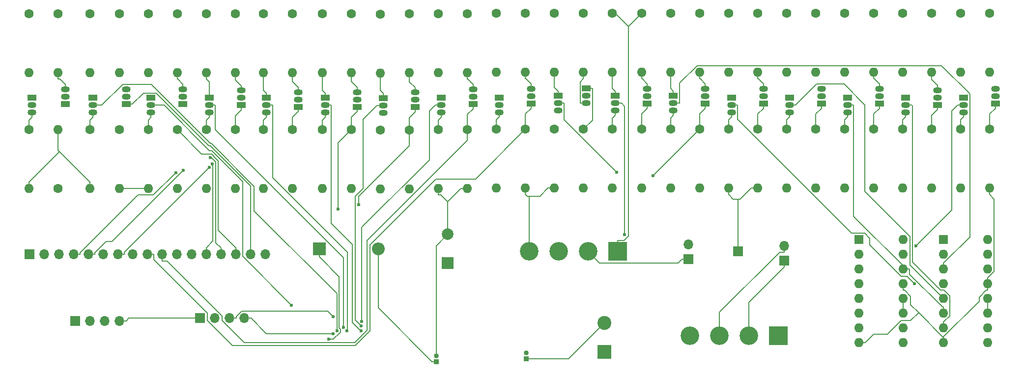
<source format=gbr>
%TF.GenerationSoftware,KiCad,Pcbnew,8.0.5*%
%TF.CreationDate,2024-10-01T12:40:19+02:00*%
%TF.ProjectId,e,652e6b69-6361-4645-9f70-636258585858,rev?*%
%TF.SameCoordinates,Original*%
%TF.FileFunction,Copper,L2,Bot*%
%TF.FilePolarity,Positive*%
%FSLAX46Y46*%
G04 Gerber Fmt 4.6, Leading zero omitted, Abs format (unit mm)*
G04 Created by KiCad (PCBNEW 8.0.5) date 2024-10-01 12:40:19*
%MOMM*%
%LPD*%
G01*
G04 APERTURE LIST*
%TA.AperFunction,ComponentPad*%
%ADD10R,1.700000X1.700000*%
%TD*%
%TA.AperFunction,ComponentPad*%
%ADD11O,1.700000X1.700000*%
%TD*%
%TA.AperFunction,ComponentPad*%
%ADD12C,1.600000*%
%TD*%
%TA.AperFunction,ComponentPad*%
%ADD13O,1.600000X1.600000*%
%TD*%
%TA.AperFunction,ComponentPad*%
%ADD14R,1.500000X1.050000*%
%TD*%
%TA.AperFunction,ComponentPad*%
%ADD15O,1.500000X1.050000*%
%TD*%
%TA.AperFunction,ComponentPad*%
%ADD16R,0.850000X0.850000*%
%TD*%
%TA.AperFunction,ComponentPad*%
%ADD17O,0.850000X0.850000*%
%TD*%
%TA.AperFunction,ComponentPad*%
%ADD18R,3.200000X3.200000*%
%TD*%
%TA.AperFunction,ComponentPad*%
%ADD19C,3.200000*%
%TD*%
%TA.AperFunction,ComponentPad*%
%ADD20R,1.600000X1.600000*%
%TD*%
%TA.AperFunction,ComponentPad*%
%ADD21R,2.000000X2.000000*%
%TD*%
%TA.AperFunction,ComponentPad*%
%ADD22C,2.000000*%
%TD*%
%TA.AperFunction,ComponentPad*%
%ADD23R,2.200000X2.200000*%
%TD*%
%TA.AperFunction,ComponentPad*%
%ADD24O,2.200000X2.200000*%
%TD*%
%TA.AperFunction,ComponentPad*%
%ADD25R,2.400000X2.400000*%
%TD*%
%TA.AperFunction,ComponentPad*%
%ADD26C,2.400000*%
%TD*%
%TA.AperFunction,ViaPad*%
%ADD27C,0.600000*%
%TD*%
%TA.AperFunction,Conductor*%
%ADD28C,0.200000*%
%TD*%
G04 APERTURE END LIST*
D10*
%TO.P,J9,1,Pin_1*%
%TO.N,+5V*%
X24920000Y-68500000D03*
D11*
%TO.P,J9,2,Pin_2*%
%TO.N,/RX*%
X27460000Y-68500000D03*
%TO.P,J9,3,Pin_3*%
%TO.N,/TX*%
X30000000Y-68500000D03*
%TO.P,J9,4,Pin_4*%
%TO.N,GND*%
X32540000Y-68500000D03*
%TD*%
D10*
%TO.P,J2,1,Pin_1*%
%TO.N,GND*%
X46420000Y-68000000D03*
D11*
%TO.P,J2,2,Pin_2*%
%TO.N,/NRST*%
X48960000Y-68000000D03*
%TO.P,J2,3,Pin_3*%
%TO.N,/SWIO*%
X51500000Y-68000000D03*
%TO.P,J2,4,Pin_4*%
%TO.N,+5V*%
X54040000Y-68000000D03*
%TD*%
D10*
%TO.P,J5,1,Pin_1*%
%TO.N,GND*%
X139120000Y-56500000D03*
%TD*%
%TO.P,J4,1,Pin_1*%
%TO.N,Net-(J4-Pin_1)*%
X130620000Y-57775000D03*
D11*
%TO.P,J4,2,Pin_2*%
%TO.N,Net-(J4-Pin_2)*%
X130620000Y-55235000D03*
%TD*%
D10*
%TO.P,J3,1,Pin_1*%
%TO.N,Net-(J3-Pin_1)*%
X147120000Y-58040000D03*
D11*
%TO.P,J3,2,Pin_2*%
%TO.N,Net-(J3-Pin_2)*%
X147120000Y-55500000D03*
%TD*%
D10*
%TO.P,J1,1,Pin_1*%
%TO.N,/SEG9_HIGH*%
X17020000Y-57000000D03*
D11*
%TO.P,J1,2,Pin_2*%
%TO.N,/SEG8_HIGH*%
X19560000Y-57000000D03*
%TO.P,J1,3,Pin_3*%
%TO.N,/SEG7_HIGH*%
X22100000Y-57000000D03*
%TO.P,J1,4,Pin_4*%
%TO.N,/SEG6_HIGH*%
X24640000Y-57000000D03*
%TO.P,J1,5,Pin_5*%
%TO.N,/SEG5_HIGH*%
X27180000Y-57000000D03*
%TO.P,J1,6,Pin_6*%
%TO.N,/SEG4_HIGH*%
X29720000Y-57000000D03*
%TO.P,J1,7,Pin_7*%
%TO.N,/SEG3_HIGH*%
X32260000Y-57000000D03*
%TO.P,J1,8,Pin_8*%
%TO.N,/SEG2_HIGH*%
X34800000Y-57000000D03*
%TO.P,J1,9,Pin_9*%
%TO.N,/SEG1_HIGH*%
X37340000Y-57000000D03*
%TO.P,J1,10,Pin_10*%
%TO.N,/A_HIGH*%
X39880000Y-57000000D03*
%TO.P,J1,11,Pin_11*%
%TO.N,/B_HIGH*%
X42420000Y-57000000D03*
%TO.P,J1,12,Pin_12*%
%TO.N,/C_HIGH*%
X44960000Y-57000000D03*
%TO.P,J1,13,Pin_13*%
%TO.N,/D_HIGH*%
X47500000Y-57000000D03*
%TO.P,J1,14,Pin_14*%
%TO.N,/E_HIGH*%
X50040000Y-57000000D03*
%TO.P,J1,15,Pin_15*%
%TO.N,/F_HIGH*%
X52580000Y-57000000D03*
%TO.P,J1,16,Pin_16*%
%TO.N,/G_HIGH*%
X55120000Y-57000000D03*
%TO.P,J1,17,Pin_17*%
%TO.N,/H_HIGH*%
X57660000Y-57000000D03*
%TD*%
D12*
%TO.P,R39,1*%
%TO.N,+27V*%
X112500000Y-15420000D03*
D13*
%TO.P,R39,2*%
%TO.N,Net-(Q20-E)*%
X112500000Y-25580000D03*
%TD*%
D14*
%TO.P,Q19,1,C*%
%TO.N,Net-(Q19-C)*%
X108140000Y-29650000D03*
D15*
%TO.P,Q19,2,B*%
%TO.N,/SEG2_LOW*%
X108140000Y-30920000D03*
%TO.P,Q19,3,E*%
%TO.N,Net-(Q19-E)*%
X108140000Y-32190000D03*
%TD*%
D12*
%TO.P,R48,1*%
%TO.N,/SEG4_HIGH*%
X132500000Y-35420000D03*
D13*
%TO.P,R48,2*%
%TO.N,GND*%
X132500000Y-45580000D03*
%TD*%
D16*
%TO.P,J6,1,Pin_1*%
%TO.N,Net-(D2--)*%
X102620000Y-75000000D03*
D17*
%TO.P,J6,2,Pin_2*%
%TO.N,Net-(D2-+)*%
X102620000Y-74000000D03*
%TD*%
D12*
%TO.P,R31,1*%
%TO.N,+27V*%
X22000000Y-15500000D03*
D13*
%TO.P,R31,2*%
%TO.N,Net-(Q16-E)*%
X22000000Y-25660000D03*
%TD*%
D14*
%TO.P,Q33,1,C*%
%TO.N,Net-(Q33-C)*%
X178000000Y-29920000D03*
D15*
%TO.P,Q33,2,B*%
%TO.N,/SEG9_LOW*%
X178000000Y-31190000D03*
%TO.P,Q33,3,E*%
%TO.N,Net-(Q33-E)*%
X178000000Y-32460000D03*
%TD*%
D14*
%TO.P,Q4,1,C*%
%TO.N,/B_HIGH*%
X83500000Y-31580000D03*
D15*
%TO.P,Q4,2,B*%
%TO.N,Net-(Q3-C)*%
X83500000Y-30310000D03*
%TO.P,Q4,3,E*%
%TO.N,Net-(Q4-E)*%
X83500000Y-29040000D03*
%TD*%
D14*
%TO.P,Q28,1,C*%
%TO.N,/SEG6_HIGH*%
X153500000Y-30960000D03*
D15*
%TO.P,Q28,2,B*%
%TO.N,Net-(Q27-C)*%
X153500000Y-29690000D03*
%TO.P,Q28,3,E*%
%TO.N,Net-(Q28-E)*%
X153500000Y-28420000D03*
%TD*%
D12*
%TO.P,R34,1*%
%TO.N,Net-(Q17-E)*%
X97500000Y-35420000D03*
D13*
%TO.P,R34,2*%
%TO.N,GND*%
X97500000Y-45580000D03*
%TD*%
D12*
%TO.P,R63,1*%
%TO.N,+27V*%
X172500000Y-15420000D03*
D13*
%TO.P,R63,2*%
%TO.N,Net-(Q32-E)*%
X172500000Y-25580000D03*
%TD*%
D12*
%TO.P,R7,1*%
%TO.N,+27V*%
X82500000Y-15460000D03*
D13*
%TO.P,R7,2*%
%TO.N,Net-(Q4-E)*%
X82500000Y-25620000D03*
%TD*%
D12*
%TO.P,R65,1*%
%TO.N,+27V*%
X177500000Y-15420000D03*
D13*
%TO.P,R65,2*%
%TO.N,Net-(Q33-C)*%
X177500000Y-25580000D03*
%TD*%
D12*
%TO.P,R15,1*%
%TO.N,+27V*%
X62370000Y-15500000D03*
D13*
%TO.P,R15,2*%
%TO.N,Net-(Q8-E)*%
X62370000Y-25660000D03*
%TD*%
D14*
%TO.P,Q22,1,C*%
%TO.N,/SEG3_HIGH*%
X123500000Y-30960000D03*
D15*
%TO.P,Q22,2,B*%
%TO.N,Net-(Q21-C)*%
X123500000Y-29690000D03*
%TO.P,Q22,3,E*%
%TO.N,Net-(Q22-E)*%
X123500000Y-28420000D03*
%TD*%
D14*
%TO.P,Q12,1,C*%
%TO.N,/F_HIGH*%
X43500000Y-31040000D03*
D15*
%TO.P,Q12,2,B*%
%TO.N,Net-(Q11-C)*%
X43500000Y-29770000D03*
%TO.P,Q12,3,E*%
%TO.N,Net-(Q12-E)*%
X43500000Y-28500000D03*
%TD*%
D14*
%TO.P,Q2,1,C*%
%TO.N,/A_HIGH*%
X93500000Y-31040000D03*
D15*
%TO.P,Q2,2,B*%
%TO.N,Net-(Q1-C)*%
X93500000Y-29770000D03*
%TO.P,Q2,3,E*%
%TO.N,Net-(Q2-E)*%
X93500000Y-28500000D03*
%TD*%
D12*
%TO.P,R6,1*%
%TO.N,Net-(Q3-E)*%
X77500000Y-35540000D03*
D13*
%TO.P,R6,2*%
%TO.N,GND*%
X77500000Y-45700000D03*
%TD*%
D12*
%TO.P,R51,1*%
%TO.N,+27V*%
X142500000Y-15420000D03*
D13*
%TO.P,R51,2*%
%TO.N,Net-(Q26-E)*%
X142500000Y-25580000D03*
%TD*%
D14*
%TO.P,Q7,1,C*%
%TO.N,Net-(Q7-C)*%
X57870000Y-30000000D03*
D15*
%TO.P,Q7,2,B*%
%TO.N,/D_LOW*%
X57870000Y-31270000D03*
%TO.P,Q7,3,E*%
%TO.N,Net-(Q7-E)*%
X57870000Y-32540000D03*
%TD*%
D12*
%TO.P,R59,1*%
%TO.N,+27V*%
X162500000Y-15420000D03*
D13*
%TO.P,R59,2*%
%TO.N,Net-(Q30-E)*%
X162500000Y-25580000D03*
%TD*%
D12*
%TO.P,R18,1*%
%TO.N,Net-(Q9-E)*%
X47500000Y-35500000D03*
D13*
%TO.P,R18,2*%
%TO.N,GND*%
X47500000Y-45660000D03*
%TD*%
D14*
%TO.P,Q20,1,C*%
%TO.N,/SEG1_HIGH*%
X113000000Y-28380000D03*
D15*
%TO.P,Q20,2,B*%
%TO.N,Net-(Q19-C)*%
X113000000Y-29650000D03*
%TO.P,Q20,3,E*%
%TO.N,Net-(Q20-E)*%
X113000000Y-30920000D03*
%TD*%
D12*
%TO.P,R46,1*%
%TO.N,Net-(Q23-E)*%
X127500000Y-35420000D03*
D13*
%TO.P,R46,2*%
%TO.N,GND*%
X127500000Y-45580000D03*
%TD*%
D12*
%TO.P,R35,1*%
%TO.N,+27V*%
X102500000Y-15420000D03*
D13*
%TO.P,R35,2*%
%TO.N,Net-(Q18-E)*%
X102500000Y-25580000D03*
%TD*%
D12*
%TO.P,R23,1*%
%TO.N,+27V*%
X42500000Y-15500000D03*
D13*
%TO.P,R23,2*%
%TO.N,Net-(Q12-E)*%
X42500000Y-25660000D03*
%TD*%
D14*
%TO.P,Q16,1,C*%
%TO.N,/H_HIGH*%
X23230000Y-31040000D03*
D15*
%TO.P,Q16,2,B*%
%TO.N,Net-(Q15-C)*%
X23230000Y-29770000D03*
%TO.P,Q16,3,E*%
%TO.N,Net-(Q16-E)*%
X23230000Y-28500000D03*
%TD*%
D14*
%TO.P,Q31,1,C*%
%TO.N,Net-(Q31-C)*%
X168000000Y-29920000D03*
D15*
%TO.P,Q31,2,B*%
%TO.N,/SEG8_LOW*%
X168000000Y-31190000D03*
%TO.P,Q31,3,E*%
%TO.N,Net-(Q31-E)*%
X168000000Y-32460000D03*
%TD*%
D12*
%TO.P,R67,1*%
%TO.N,+27V*%
X182500000Y-15420000D03*
D13*
%TO.P,R67,2*%
%TO.N,Net-(Q34-E)*%
X182500000Y-25580000D03*
%TD*%
D12*
%TO.P,R49,1*%
%TO.N,+27V*%
X137500000Y-15420000D03*
D13*
%TO.P,R49,2*%
%TO.N,Net-(Q25-C)*%
X137500000Y-25580000D03*
%TD*%
D12*
%TO.P,R38,1*%
%TO.N,Net-(Q19-E)*%
X107500000Y-35420000D03*
D13*
%TO.P,R38,2*%
%TO.N,GND*%
X107500000Y-45580000D03*
%TD*%
D12*
%TO.P,R11,1*%
%TO.N,+27V*%
X72500000Y-15500000D03*
D13*
%TO.P,R11,2*%
%TO.N,Net-(Q6-E)*%
X72500000Y-25660000D03*
%TD*%
D12*
%TO.P,R58,1*%
%TO.N,Net-(Q29-E)*%
X157500000Y-35420000D03*
D13*
%TO.P,R58,2*%
%TO.N,GND*%
X157500000Y-45580000D03*
%TD*%
D12*
%TO.P,R3,1*%
%TO.N,Net-(Q1-E)*%
X87500000Y-35500000D03*
D13*
%TO.P,R3,2*%
%TO.N,GND*%
X87500000Y-45660000D03*
%TD*%
D12*
%TO.P,R45,1*%
%TO.N,+27V*%
X127500000Y-15420000D03*
D13*
%TO.P,R45,2*%
%TO.N,Net-(Q23-C)*%
X127500000Y-25580000D03*
%TD*%
D12*
%TO.P,R4,1*%
%TO.N,/A_HIGH*%
X92500000Y-35500000D03*
D13*
%TO.P,R4,2*%
%TO.N,GND*%
X92500000Y-45660000D03*
%TD*%
D12*
%TO.P,R32,1*%
%TO.N,/H_HIGH*%
X22000000Y-45660000D03*
D13*
%TO.P,R32,2*%
%TO.N,GND*%
X22000000Y-35500000D03*
%TD*%
D14*
%TO.P,Q26,1,C*%
%TO.N,/SEG5_HIGH*%
X143500000Y-30960000D03*
D15*
%TO.P,Q26,2,B*%
%TO.N,Net-(Q25-C)*%
X143500000Y-29690000D03*
%TO.P,Q26,3,E*%
%TO.N,Net-(Q26-E)*%
X143500000Y-28420000D03*
%TD*%
D12*
%TO.P,R22,1*%
%TO.N,Net-(Q11-E)*%
X37500000Y-35500000D03*
D13*
%TO.P,R22,2*%
%TO.N,GND*%
X37500000Y-45660000D03*
%TD*%
D14*
%TO.P,Q14,1,C*%
%TO.N,/G_HIGH*%
X33730000Y-31040000D03*
D15*
%TO.P,Q14,2,B*%
%TO.N,Net-(Q13-C)*%
X33730000Y-29770000D03*
%TO.P,Q14,3,E*%
%TO.N,Net-(Q14-E)*%
X33730000Y-28500000D03*
%TD*%
D14*
%TO.P,Q25,1,C*%
%TO.N,Net-(Q25-C)*%
X138000000Y-29920000D03*
D15*
%TO.P,Q25,2,B*%
%TO.N,/SEG5_LOW*%
X138000000Y-31190000D03*
%TO.P,Q25,3,E*%
%TO.N,Net-(Q25-E)*%
X138000000Y-32460000D03*
%TD*%
D14*
%TO.P,Q30,1,C*%
%TO.N,/SEG7_HIGH*%
X163500000Y-30960000D03*
D15*
%TO.P,Q30,2,B*%
%TO.N,Net-(Q29-C)*%
X163500000Y-29690000D03*
%TO.P,Q30,3,E*%
%TO.N,Net-(Q30-E)*%
X163500000Y-28420000D03*
%TD*%
D12*
%TO.P,R12,1*%
%TO.N,/C_HIGH*%
X72500000Y-35500000D03*
D13*
%TO.P,R12,2*%
%TO.N,GND*%
X72500000Y-45660000D03*
%TD*%
D12*
%TO.P,R57,1*%
%TO.N,+27V*%
X157500000Y-15420000D03*
D13*
%TO.P,R57,2*%
%TO.N,Net-(Q29-C)*%
X157500000Y-25580000D03*
%TD*%
D12*
%TO.P,R26,1*%
%TO.N,Net-(Q13-E)*%
X27500000Y-35500000D03*
D13*
%TO.P,R26,2*%
%TO.N,GND*%
X27500000Y-45660000D03*
%TD*%
D12*
%TO.P,R44,1*%
%TO.N,/SEG3_HIGH*%
X122500000Y-35420000D03*
D13*
%TO.P,R44,2*%
%TO.N,GND*%
X122500000Y-45580000D03*
%TD*%
D12*
%TO.P,R1,1*%
%TO.N,+27V*%
X87500000Y-15500000D03*
D13*
%TO.P,R1,2*%
%TO.N,Net-(Q1-C)*%
X87500000Y-25660000D03*
%TD*%
D14*
%TO.P,Q15,1,C*%
%TO.N,Net-(Q15-C)*%
X17500000Y-30000000D03*
D15*
%TO.P,Q15,2,B*%
%TO.N,/H_LOW*%
X17500000Y-31270000D03*
%TO.P,Q15,3,E*%
%TO.N,Net-(Q15-E)*%
X17500000Y-32540000D03*
%TD*%
D12*
%TO.P,R47,1*%
%TO.N,+27V*%
X132500000Y-15420000D03*
D13*
%TO.P,R47,2*%
%TO.N,Net-(Q24-E)*%
X132500000Y-25580000D03*
%TD*%
D12*
%TO.P,R66,1*%
%TO.N,Net-(Q33-E)*%
X177500000Y-35420000D03*
D13*
%TO.P,R66,2*%
%TO.N,GND*%
X177500000Y-45580000D03*
%TD*%
D12*
%TO.P,R27,1*%
%TO.N,+27V*%
X32500000Y-15500000D03*
D13*
%TO.P,R27,2*%
%TO.N,Net-(Q14-E)*%
X32500000Y-25660000D03*
%TD*%
D12*
%TO.P,R53,1*%
%TO.N,+27V*%
X147500000Y-15420000D03*
D13*
%TO.P,R53,2*%
%TO.N,Net-(Q27-C)*%
X147500000Y-25580000D03*
%TD*%
D12*
%TO.P,R17,1*%
%TO.N,+27V*%
X47500000Y-15500000D03*
D13*
%TO.P,R17,2*%
%TO.N,Net-(Q10-B)*%
X47500000Y-25660000D03*
%TD*%
D12*
%TO.P,R61,1*%
%TO.N,+27V*%
X167500000Y-15420000D03*
D13*
%TO.P,R61,2*%
%TO.N,Net-(Q31-C)*%
X167500000Y-25580000D03*
%TD*%
D12*
%TO.P,R50,1*%
%TO.N,Net-(Q25-E)*%
X137500000Y-35420000D03*
D13*
%TO.P,R50,2*%
%TO.N,GND*%
X137500000Y-45580000D03*
%TD*%
D12*
%TO.P,R5,1*%
%TO.N,+27V*%
X77500000Y-15540000D03*
D13*
%TO.P,R5,2*%
%TO.N,Net-(Q3-C)*%
X77500000Y-25700000D03*
%TD*%
D12*
%TO.P,R33,1*%
%TO.N,+27V*%
X97500000Y-15420000D03*
D13*
%TO.P,R33,2*%
%TO.N,Net-(Q17-C)*%
X97500000Y-25580000D03*
%TD*%
D12*
%TO.P,R24,1*%
%TO.N,/F_HIGH*%
X42500000Y-35500000D03*
D13*
%TO.P,R24,2*%
%TO.N,GND*%
X42500000Y-45660000D03*
%TD*%
D14*
%TO.P,Q3,1,C*%
%TO.N,Net-(Q3-C)*%
X78000000Y-30040000D03*
D15*
%TO.P,Q3,2,B*%
%TO.N,/B_LOW*%
X78000000Y-31310000D03*
%TO.P,Q3,3,E*%
%TO.N,Net-(Q3-E)*%
X78000000Y-32580000D03*
%TD*%
D12*
%TO.P,R42,1*%
%TO.N,Net-(Q21-E)*%
X117500000Y-35420000D03*
D13*
%TO.P,R42,2*%
%TO.N,GND*%
X117500000Y-45580000D03*
%TD*%
D12*
%TO.P,R20,1*%
%TO.N,/E_HIGH*%
X52500000Y-35500000D03*
D13*
%TO.P,R20,2*%
%TO.N,GND*%
X52500000Y-45660000D03*
%TD*%
D14*
%TO.P,Q24,1,C*%
%TO.N,/SEG4_HIGH*%
X133500000Y-30960000D03*
D15*
%TO.P,Q24,2,B*%
%TO.N,Net-(Q23-C)*%
X133500000Y-29690000D03*
%TO.P,Q24,3,E*%
%TO.N,Net-(Q24-E)*%
X133500000Y-28420000D03*
%TD*%
D18*
%TO.P,D2,1,+*%
%TO.N,Net-(D2-+)*%
X146120000Y-71000000D03*
D19*
%TO.P,D2,2*%
%TO.N,Net-(J3-Pin_1)*%
X141040000Y-71000000D03*
%TO.P,D2,3*%
%TO.N,Net-(J3-Pin_2)*%
X135960000Y-71000000D03*
%TO.P,D2,4,-*%
%TO.N,Net-(D2--)*%
X130880000Y-71000000D03*
%TD*%
D14*
%TO.P,Q5,1,C*%
%TO.N,Net-(Q5-C)*%
X68000000Y-30000000D03*
D15*
%TO.P,Q5,2,B*%
%TO.N,/C_LOW*%
X68000000Y-31270000D03*
%TO.P,Q5,3,E*%
%TO.N,Net-(Q5-E)*%
X68000000Y-32540000D03*
%TD*%
D12*
%TO.P,R54,1*%
%TO.N,Net-(Q27-E)*%
X147500000Y-35420000D03*
D13*
%TO.P,R54,2*%
%TO.N,GND*%
X147500000Y-45580000D03*
%TD*%
D12*
%TO.P,R68,1*%
%TO.N,/SEG9_HIGH*%
X182500000Y-35420000D03*
D13*
%TO.P,R68,2*%
%TO.N,GND*%
X182500000Y-45580000D03*
%TD*%
D14*
%TO.P,Q9,1,C*%
%TO.N,Net-(Q10-B)*%
X48000000Y-30000000D03*
D15*
%TO.P,Q9,2,B*%
%TO.N,/E_LOW*%
X48000000Y-31270000D03*
%TO.P,Q9,3,E*%
%TO.N,Net-(Q9-E)*%
X48000000Y-32540000D03*
%TD*%
D12*
%TO.P,R8,1*%
%TO.N,/B_HIGH*%
X82500000Y-35540000D03*
D13*
%TO.P,R8,2*%
%TO.N,GND*%
X82500000Y-45700000D03*
%TD*%
D12*
%TO.P,R55,1*%
%TO.N,+27V*%
X152500000Y-15420000D03*
D13*
%TO.P,R55,2*%
%TO.N,Net-(Q28-E)*%
X152500000Y-25580000D03*
%TD*%
D12*
%TO.P,R60,1*%
%TO.N,/SEG7_HIGH*%
X162500000Y-35420000D03*
D13*
%TO.P,R60,2*%
%TO.N,GND*%
X162500000Y-45580000D03*
%TD*%
D12*
%TO.P,R62,1*%
%TO.N,Net-(Q31-E)*%
X167500000Y-35420000D03*
D13*
%TO.P,R62,2*%
%TO.N,GND*%
X167500000Y-45580000D03*
%TD*%
D12*
%TO.P,R36,1*%
%TO.N,/SEG1_HIGH*%
X102500000Y-35420000D03*
D13*
%TO.P,R36,2*%
%TO.N,GND*%
X102500000Y-45580000D03*
%TD*%
%TO.P,U1,16,VCC*%
%TO.N,+3.3V*%
X182120000Y-54460000D03*
%TO.P,U1,15,QA*%
%TO.N,/SEG1_LOW*%
X182120000Y-57000000D03*
%TO.P,U1,14,SER*%
%TO.N,/SER*%
X182120000Y-59540000D03*
%TO.P,U1,13,~{OE}*%
%TO.N,GND*%
X182120000Y-62080000D03*
%TO.P,U1,12,RCLK*%
%TO.N,/SRCLK*%
X182120000Y-64620000D03*
%TO.P,U1,11,SRCLK*%
X182120000Y-67160000D03*
%TO.P,U1,10,~{SRCLR}*%
%TO.N,+5V*%
X182120000Y-69700000D03*
%TO.P,U1,9,QH'*%
%TO.N,unconnected-(U1-QH'-Pad9)*%
X182120000Y-72240000D03*
%TO.P,U1,8,GND*%
%TO.N,GND*%
X174500000Y-72240000D03*
%TO.P,U1,7,QH*%
%TO.N,/SEG8_LOW*%
X174500000Y-69700000D03*
%TO.P,U1,6,QG*%
%TO.N,/SEG7_LOW*%
X174500000Y-67160000D03*
%TO.P,U1,5,QF*%
%TO.N,/SEG6_LOW*%
X174500000Y-64620000D03*
%TO.P,U1,4,QE*%
%TO.N,/SEG5_LOW*%
X174500000Y-62080000D03*
%TO.P,U1,3,QD*%
%TO.N,/SEG4_LOW*%
X174500000Y-59540000D03*
%TO.P,U1,2,QC*%
%TO.N,/SEG3_LOW*%
X174500000Y-57000000D03*
D20*
%TO.P,U1,1,QB*%
%TO.N,/SEG2_LOW*%
X174500000Y-54460000D03*
%TD*%
D12*
%TO.P,R14,1*%
%TO.N,Net-(Q7-E)*%
X57370000Y-35500000D03*
D13*
%TO.P,R14,2*%
%TO.N,GND*%
X57370000Y-45660000D03*
%TD*%
D12*
%TO.P,R25,1*%
%TO.N,+27V*%
X27500000Y-15500000D03*
D13*
%TO.P,R25,2*%
%TO.N,Net-(Q13-C)*%
X27500000Y-25660000D03*
%TD*%
D21*
%TO.P,C1,1*%
%TO.N,+27V*%
X89120000Y-58500000D03*
D22*
%TO.P,C1,2*%
%TO.N,GND*%
X89120000Y-53500000D03*
%TD*%
D12*
%TO.P,R9,1*%
%TO.N,+27V*%
X67500000Y-15500000D03*
D13*
%TO.P,R9,2*%
%TO.N,Net-(Q5-C)*%
X67500000Y-25660000D03*
%TD*%
D14*
%TO.P,Q11,1,C*%
%TO.N,Net-(Q11-C)*%
X38000000Y-30000000D03*
D15*
%TO.P,Q11,2,B*%
%TO.N,/F_LOW*%
X38000000Y-31270000D03*
%TO.P,Q11,3,E*%
%TO.N,Net-(Q11-E)*%
X38000000Y-32540000D03*
%TD*%
D12*
%TO.P,R19,1*%
%TO.N,+27V*%
X52500000Y-15500000D03*
D13*
%TO.P,R19,2*%
%TO.N,Net-(Q10-E)*%
X52500000Y-25660000D03*
%TD*%
D12*
%TO.P,R16,1*%
%TO.N,/D_HIGH*%
X62370000Y-35500000D03*
D13*
%TO.P,R16,2*%
%TO.N,GND*%
X62370000Y-45660000D03*
%TD*%
D20*
%TO.P,U3,1,QB*%
%TO.N,unconnected-(U3-QB-Pad1)*%
X160000000Y-54460000D03*
D13*
%TO.P,U3,2,QC*%
%TO.N,unconnected-(U3-QC-Pad2)*%
X160000000Y-57000000D03*
%TO.P,U3,3,QD*%
%TO.N,unconnected-(U3-QD-Pad3)*%
X160000000Y-59540000D03*
%TO.P,U3,4,QE*%
%TO.N,unconnected-(U3-QE-Pad4)*%
X160000000Y-62080000D03*
%TO.P,U3,5,QF*%
%TO.N,unconnected-(U3-QF-Pad5)*%
X160000000Y-64620000D03*
%TO.P,U3,6,QG*%
%TO.N,unconnected-(U3-QG-Pad6)*%
X160000000Y-67160000D03*
%TO.P,U3,7,QH*%
%TO.N,unconnected-(U3-QH-Pad7)*%
X160000000Y-69700000D03*
%TO.P,U3,8,GND*%
%TO.N,GND*%
X160000000Y-72240000D03*
%TO.P,U3,9,QH'*%
%TO.N,unconnected-(U3-QH'-Pad9)*%
X167620000Y-72240000D03*
%TO.P,U3,10,~{SRCLR}*%
%TO.N,+5V*%
X167620000Y-69700000D03*
%TO.P,U3,11,SRCLK*%
%TO.N,/SRCLK*%
X167620000Y-67160000D03*
%TO.P,U3,12,RCLK*%
X167620000Y-64620000D03*
%TO.P,U3,13,~{OE}*%
%TO.N,GND*%
X167620000Y-62080000D03*
%TO.P,U3,14,SER*%
%TO.N,/SEG7_LOW*%
X167620000Y-59540000D03*
%TO.P,U3,15,QA*%
%TO.N,/SEG9_LOW*%
X167620000Y-57000000D03*
%TO.P,U3,16,VCC*%
%TO.N,+3.3V*%
X167620000Y-54460000D03*
%TD*%
D14*
%TO.P,Q17,1,C*%
%TO.N,Net-(Q17-C)*%
X98000000Y-29920000D03*
D15*
%TO.P,Q17,2,B*%
%TO.N,/SEG1_LOW*%
X98000000Y-31190000D03*
%TO.P,Q17,3,E*%
%TO.N,Net-(Q17-E)*%
X98000000Y-32460000D03*
%TD*%
D12*
%TO.P,R21,1*%
%TO.N,+27V*%
X37500000Y-15500000D03*
D13*
%TO.P,R21,2*%
%TO.N,Net-(Q11-C)*%
X37500000Y-25660000D03*
%TD*%
D12*
%TO.P,R13,1*%
%TO.N,+27V*%
X57370000Y-15500000D03*
D13*
%TO.P,R13,2*%
%TO.N,Net-(Q7-C)*%
X57370000Y-25660000D03*
%TD*%
D14*
%TO.P,Q10,1,C*%
%TO.N,/E_HIGH*%
X53500000Y-31270000D03*
D15*
%TO.P,Q10,2,B*%
%TO.N,Net-(Q10-B)*%
X53500000Y-30000000D03*
%TO.P,Q10,3,E*%
%TO.N,Net-(Q10-E)*%
X53500000Y-28730000D03*
%TD*%
D14*
%TO.P,Q21,1,C*%
%TO.N,Net-(Q21-C)*%
X118000000Y-29650000D03*
D15*
%TO.P,Q21,2,B*%
%TO.N,/SEG3_LOW*%
X118000000Y-30920000D03*
%TO.P,Q21,3,E*%
%TO.N,Net-(Q21-E)*%
X118000000Y-32190000D03*
%TD*%
D12*
%TO.P,R40,1*%
%TO.N,/SEG1_HIGH*%
X112500000Y-35420000D03*
D13*
%TO.P,R40,2*%
%TO.N,GND*%
X112500000Y-45580000D03*
%TD*%
D12*
%TO.P,R37,1*%
%TO.N,+27V*%
X107500000Y-15420000D03*
D13*
%TO.P,R37,2*%
%TO.N,Net-(Q19-C)*%
X107500000Y-25580000D03*
%TD*%
D16*
%TO.P,J7,1,Pin_1*%
%TO.N,Net-(D1-A)*%
X87120000Y-75500000D03*
D17*
%TO.P,J7,2,Pin_2*%
%TO.N,GND*%
X87120000Y-74500000D03*
%TD*%
D14*
%TO.P,Q8,1,C*%
%TO.N,/D_HIGH*%
X63370000Y-31540000D03*
D15*
%TO.P,Q8,2,B*%
%TO.N,Net-(Q7-C)*%
X63370000Y-30270000D03*
%TO.P,Q8,3,E*%
%TO.N,Net-(Q8-E)*%
X63370000Y-29000000D03*
%TD*%
D23*
%TO.P,D1,1,K*%
%TO.N,+3.3V*%
X66960000Y-56000000D03*
D24*
%TO.P,D1,2,A*%
%TO.N,Net-(D1-A)*%
X77120000Y-56000000D03*
%TD*%
D12*
%TO.P,R43,1*%
%TO.N,+27V*%
X122500000Y-15420000D03*
D13*
%TO.P,R43,2*%
%TO.N,Net-(Q22-E)*%
X122500000Y-25580000D03*
%TD*%
D12*
%TO.P,R28,1*%
%TO.N,/G_HIGH*%
X32500000Y-35500000D03*
D13*
%TO.P,R28,2*%
%TO.N,GND*%
X32500000Y-45660000D03*
%TD*%
D14*
%TO.P,Q29,1,C*%
%TO.N,Net-(Q29-C)*%
X158000000Y-29920000D03*
D15*
%TO.P,Q29,2,B*%
%TO.N,/SEG7_LOW*%
X158000000Y-31190000D03*
%TO.P,Q29,3,E*%
%TO.N,Net-(Q29-E)*%
X158000000Y-32460000D03*
%TD*%
D12*
%TO.P,R2,1*%
%TO.N,+27V*%
X92500000Y-15500000D03*
D13*
%TO.P,R2,2*%
%TO.N,Net-(Q2-E)*%
X92500000Y-25660000D03*
%TD*%
D12*
%TO.P,R52,1*%
%TO.N,/SEG5_HIGH*%
X142500000Y-35420000D03*
D13*
%TO.P,R52,2*%
%TO.N,GND*%
X142500000Y-45580000D03*
%TD*%
D14*
%TO.P,Q18,1,C*%
%TO.N,/SEG1_HIGH*%
X103500000Y-30960000D03*
D15*
%TO.P,Q18,2,B*%
%TO.N,Net-(Q17-C)*%
X103500000Y-29690000D03*
%TO.P,Q18,3,E*%
%TO.N,Net-(Q18-E)*%
X103500000Y-28420000D03*
%TD*%
D12*
%TO.P,R30,1*%
%TO.N,Net-(Q15-E)*%
X17000000Y-35500000D03*
D13*
%TO.P,R30,2*%
%TO.N,GND*%
X17000000Y-45660000D03*
%TD*%
D14*
%TO.P,Q32,1,C*%
%TO.N,/SEG8_HIGH*%
X173500000Y-31190000D03*
D15*
%TO.P,Q32,2,B*%
%TO.N,Net-(Q31-C)*%
X173500000Y-29920000D03*
%TO.P,Q32,3,E*%
%TO.N,Net-(Q32-E)*%
X173500000Y-28650000D03*
%TD*%
D14*
%TO.P,Q13,1,C*%
%TO.N,Net-(Q13-C)*%
X28000000Y-30000000D03*
D15*
%TO.P,Q13,2,B*%
%TO.N,/G_LOW*%
X28000000Y-31270000D03*
%TO.P,Q13,3,E*%
%TO.N,Net-(Q13-E)*%
X28000000Y-32540000D03*
%TD*%
D14*
%TO.P,Q1,1,C*%
%TO.N,Net-(Q1-C)*%
X88000000Y-30000000D03*
D15*
%TO.P,Q1,2,B*%
%TO.N,/A_LOW*%
X88000000Y-31270000D03*
%TO.P,Q1,3,E*%
%TO.N,Net-(Q1-E)*%
X88000000Y-32540000D03*
%TD*%
D12*
%TO.P,R29,1*%
%TO.N,+27V*%
X17000000Y-15500000D03*
D13*
%TO.P,R29,2*%
%TO.N,Net-(Q15-C)*%
X17000000Y-25660000D03*
%TD*%
D12*
%TO.P,R41,1*%
%TO.N,+27V*%
X117500000Y-15420000D03*
D13*
%TO.P,R41,2*%
%TO.N,Net-(Q21-C)*%
X117500000Y-25580000D03*
%TD*%
D12*
%TO.P,R56,1*%
%TO.N,/SEG6_HIGH*%
X152500000Y-35420000D03*
D13*
%TO.P,R56,2*%
%TO.N,GND*%
X152500000Y-45580000D03*
%TD*%
D14*
%TO.P,Q6,1,C*%
%TO.N,/C_HIGH*%
X73500000Y-31540000D03*
D15*
%TO.P,Q6,2,B*%
%TO.N,Net-(Q5-C)*%
X73500000Y-30270000D03*
%TO.P,Q6,3,E*%
%TO.N,Net-(Q6-E)*%
X73500000Y-29000000D03*
%TD*%
D14*
%TO.P,Q27,1,C*%
%TO.N,Net-(Q27-C)*%
X148000000Y-29920000D03*
D15*
%TO.P,Q27,2,B*%
%TO.N,/SEG6_LOW*%
X148000000Y-31190000D03*
%TO.P,Q27,3,E*%
%TO.N,Net-(Q27-E)*%
X148000000Y-32460000D03*
%TD*%
D25*
%TO.P,C2,1*%
%TO.N,Net-(D2-+)*%
X116120000Y-73815200D03*
D26*
%TO.P,C2,2*%
%TO.N,Net-(D2--)*%
X116120000Y-68815200D03*
%TD*%
D12*
%TO.P,R10,1*%
%TO.N,Net-(Q5-E)*%
X67500000Y-35500000D03*
D13*
%TO.P,R10,2*%
%TO.N,GND*%
X67500000Y-45660000D03*
%TD*%
D14*
%TO.P,Q23,1,C*%
%TO.N,Net-(Q23-C)*%
X128000000Y-29650000D03*
D15*
%TO.P,Q23,2,B*%
%TO.N,/SEG4_LOW*%
X128000000Y-30920000D03*
%TO.P,Q23,3,E*%
%TO.N,Net-(Q23-E)*%
X128000000Y-32190000D03*
%TD*%
D12*
%TO.P,R64,1*%
%TO.N,/SEG8_HIGH*%
X172500000Y-35420000D03*
D13*
%TO.P,R64,2*%
%TO.N,GND*%
X172500000Y-45580000D03*
%TD*%
D18*
%TO.P,D3,1,+*%
%TO.N,+27V*%
X118360000Y-56500000D03*
D19*
%TO.P,D3,2*%
%TO.N,Net-(J4-Pin_1)*%
X113280000Y-56500000D03*
%TO.P,D3,3*%
%TO.N,Net-(J4-Pin_2)*%
X108200000Y-56500000D03*
%TO.P,D3,4,-*%
%TO.N,GND*%
X103120000Y-56500000D03*
%TD*%
D14*
%TO.P,Q34,1,C*%
%TO.N,/SEG9_HIGH*%
X183500000Y-30960000D03*
D15*
%TO.P,Q34,2,B*%
%TO.N,Net-(Q33-C)*%
X183500000Y-29690000D03*
%TO.P,Q34,3,E*%
%TO.N,Net-(Q34-E)*%
X183500000Y-28420000D03*
%TD*%
D27*
%TO.N,/SEG9_LOW*%
X169801800Y-55500500D03*
%TO.N,/SEG5_LOW*%
X169495400Y-62080000D03*
%TO.N,/SEG3_LOW*%
X119620100Y-53611900D03*
%TO.N,/SEG2_LOW*%
X118255000Y-42808900D03*
%TO.N,/F_LOW*%
X62191300Y-65744600D03*
%TO.N,/E_LOW*%
X71188400Y-69605000D03*
%TO.N,/D_LOW*%
X71742900Y-70214300D03*
%TO.N,/C_LOW*%
X74228900Y-70156600D03*
%TO.N,/B_LOW*%
X74238400Y-69354800D03*
%TO.N,/A_LOW*%
X74310800Y-68553000D03*
%TO.N,/E_HIGH*%
X48230700Y-40307300D03*
%TO.N,/SEG5_HIGH*%
X43549900Y-42486200D03*
%TO.N,/D_HIGH*%
X48575000Y-41397800D03*
%TO.N,/C_HIGH*%
X70229300Y-49205800D03*
%TO.N,/SEG6_HIGH*%
X42252800Y-42895700D03*
%TO.N,/SEG4_HIGH*%
X124509500Y-43410700D03*
%TO.N,/B_HIGH*%
X73798000Y-48442300D03*
%TO.N,/SEG3_HIGH*%
X48026700Y-42006600D03*
%TO.N,/G_LOW*%
X70015000Y-70158600D03*
%TO.N,+3.3V*%
X68630900Y-71626300D03*
%TO.N,/SWIO*%
X69413300Y-67736500D03*
%TO.N,+5V*%
X69411900Y-70693900D03*
%TD*%
D28*
%TO.N,/SEG9_LOW*%
X178000000Y-31190000D02*
X176948300Y-31190000D01*
X175930500Y-49371800D02*
X169801800Y-55500500D01*
X175930500Y-32207800D02*
X175930500Y-49371800D01*
X176948300Y-31190000D02*
X175930500Y-32207800D01*
%TO.N,/SEG8_LOW*%
X169175500Y-31313800D02*
X169051700Y-31190000D01*
X169175500Y-58346400D02*
X169175500Y-31313800D01*
X174010800Y-63181700D02*
X169175500Y-58346400D01*
X174634700Y-63181700D02*
X174010800Y-63181700D01*
X175619400Y-64166400D02*
X174634700Y-63181700D01*
X175619400Y-67616600D02*
X175619400Y-64166400D01*
X174637700Y-68598300D02*
X175619400Y-67616600D01*
X174500000Y-68598300D02*
X174637700Y-68598300D01*
X174500000Y-69700000D02*
X174500000Y-68598300D01*
X168000000Y-31190000D02*
X169051700Y-31190000D01*
%TO.N,/SEG7_LOW*%
X174365600Y-66058300D02*
X174500000Y-66058300D01*
X168721700Y-60414400D02*
X174365600Y-66058300D01*
X168721700Y-59540000D02*
X168721700Y-60414400D01*
X174500000Y-67160000D02*
X174500000Y-66058300D01*
X167620000Y-59540000D02*
X168170900Y-59540000D01*
X168170900Y-59540000D02*
X168721700Y-59540000D01*
X159051700Y-50420800D02*
X159051700Y-31190000D01*
X168170900Y-59540000D02*
X159051700Y-50420800D01*
X158000000Y-31190000D02*
X159051700Y-31190000D01*
%TO.N,/SEG6_LOW*%
X148000000Y-31190000D02*
X149051700Y-31190000D01*
X168747200Y-58867200D02*
X174500000Y-64620000D01*
X168747200Y-53907400D02*
X168747200Y-58867200D01*
X161004700Y-46164900D02*
X168747200Y-53907400D01*
X161004700Y-31197400D02*
X161004700Y-46164900D01*
X157385900Y-27578600D02*
X161004700Y-31197400D01*
X152663100Y-27578600D02*
X157385900Y-27578600D01*
X149051700Y-31190000D02*
X152663100Y-27578600D01*
%TO.N,/SEG5_LOW*%
X138000000Y-31190000D02*
X139051700Y-31190000D01*
X168225400Y-60810000D02*
X169495400Y-62080000D01*
X167266000Y-60810000D02*
X168225400Y-60810000D01*
X161835700Y-55379700D02*
X167266000Y-60810000D01*
X161835700Y-54242200D02*
X161835700Y-55379700D01*
X160951100Y-53357600D02*
X161835700Y-54242200D01*
X158718200Y-53357600D02*
X160951100Y-53357600D01*
X139051700Y-33691100D02*
X158718200Y-53357600D01*
X139051700Y-31190000D02*
X139051700Y-33691100D01*
%TO.N,/SEG4_LOW*%
X129051700Y-27461000D02*
X129051700Y-30920000D01*
X132078600Y-24434100D02*
X129051700Y-27461000D01*
X174216900Y-24434100D02*
X132078600Y-24434100D01*
X179090100Y-29307300D02*
X174216900Y-24434100D01*
X179090100Y-53985900D02*
X179090100Y-29307300D01*
X174637700Y-58438300D02*
X179090100Y-53985900D01*
X174500000Y-58438300D02*
X174637700Y-58438300D01*
X174500000Y-59540000D02*
X174500000Y-58438300D01*
X128000000Y-30920000D02*
X129051700Y-30920000D01*
%TO.N,/SEG3_LOW*%
X118000000Y-30920000D02*
X119051700Y-30920000D01*
X119620100Y-31488400D02*
X119051700Y-30920000D01*
X119620100Y-53611900D02*
X119620100Y-31488400D01*
%TO.N,/SEG2_LOW*%
X108140000Y-30920000D02*
X109191700Y-30920000D01*
X109191700Y-33745600D02*
X109191700Y-30920000D01*
X118255000Y-42808900D02*
X109191700Y-33745600D01*
%TO.N,/F_LOW*%
X40217000Y-31270000D02*
X38000000Y-31270000D01*
X48036200Y-39089200D02*
X40217000Y-31270000D01*
X48431500Y-39089200D02*
X48036200Y-39089200D01*
X53761200Y-44418900D02*
X48431500Y-39089200D01*
X53761200Y-57314500D02*
X53761200Y-44418900D01*
X62191300Y-65744600D02*
X53761200Y-57314500D01*
%TO.N,/E_LOW*%
X48000000Y-31270000D02*
X49051700Y-31270000D01*
X71188400Y-57587200D02*
X71188400Y-69605000D01*
X49051700Y-35450500D02*
X71188400Y-57587200D01*
X49051700Y-31270000D02*
X49051700Y-35450500D01*
%TO.N,/D_LOW*%
X57870000Y-31270000D02*
X58921700Y-31270000D01*
X58921700Y-43769800D02*
X58921700Y-31270000D01*
X71790200Y-56638300D02*
X58921700Y-43769800D01*
X71790200Y-70167000D02*
X71790200Y-56638300D01*
X71742900Y-70214300D02*
X71790200Y-70167000D01*
%TO.N,/C_LOW*%
X68000000Y-31270000D02*
X69051700Y-31270000D01*
X74106800Y-70156600D02*
X74228900Y-70156600D01*
X72666700Y-68716500D02*
X74106800Y-70156600D01*
X72666700Y-55259700D02*
X72666700Y-68716500D01*
X69051700Y-51644700D02*
X72666700Y-55259700D01*
X69051700Y-31270000D02*
X69051700Y-51644700D01*
%TO.N,/B_LOW*%
X78000000Y-31310000D02*
X76948300Y-31310000D01*
X73196300Y-68312700D02*
X74238400Y-69354800D01*
X73196300Y-46996800D02*
X73196300Y-68312700D01*
X74550200Y-45642900D02*
X73196300Y-46996800D01*
X74550200Y-33708100D02*
X74550200Y-45642900D01*
X76948300Y-31310000D02*
X74550200Y-33708100D01*
%TO.N,/A_LOW*%
X88000000Y-31270000D02*
X86948300Y-31270000D01*
X85933100Y-32285200D02*
X86948300Y-31270000D01*
X85933100Y-40698600D02*
X85933100Y-32285200D01*
X74310800Y-52320900D02*
X85933100Y-40698600D01*
X74310800Y-68553000D02*
X74310800Y-52320900D01*
%TO.N,/A_HIGH*%
X93500000Y-31040000D02*
X93500000Y-31866700D01*
X92500000Y-32866700D02*
X92500000Y-35500000D01*
X93500000Y-31866700D02*
X92500000Y-32866700D01*
X39880000Y-57000000D02*
X39880000Y-58151700D01*
X40778800Y-58151700D02*
X39880000Y-58151700D01*
X50230000Y-67602900D02*
X40778800Y-58151700D01*
X50230000Y-68375900D02*
X50230000Y-67602900D01*
X54087300Y-72233200D02*
X50230000Y-68375900D01*
X73066900Y-72233200D02*
X54087300Y-72233200D01*
X75216600Y-70083500D02*
X73066900Y-72233200D01*
X75216600Y-54585500D02*
X75216600Y-70083500D01*
X92500000Y-37302100D02*
X75216600Y-54585500D01*
X92500000Y-35500000D02*
X92500000Y-37302100D01*
%TO.N,/E_HIGH*%
X53500000Y-31270000D02*
X53500000Y-32096700D01*
X52500000Y-33096700D02*
X52500000Y-35500000D01*
X53500000Y-32096700D02*
X52500000Y-33096700D01*
X49177900Y-54986200D02*
X50040000Y-55848300D01*
X49177900Y-41090400D02*
X49177900Y-54986200D01*
X48394800Y-40307300D02*
X49177900Y-41090400D01*
X48230700Y-40307300D02*
X48394800Y-40307300D01*
X50040000Y-57000000D02*
X50040000Y-55848300D01*
%TO.N,/SEG7_HIGH*%
X162500000Y-32786700D02*
X162500000Y-35420000D01*
X163500000Y-31786700D02*
X162500000Y-32786700D01*
X163500000Y-30960000D02*
X163500000Y-31786700D01*
%TO.N,/SEG5_HIGH*%
X142500000Y-32786700D02*
X142500000Y-35420000D01*
X143500000Y-31786700D02*
X142500000Y-32786700D01*
X143500000Y-30960000D02*
X143500000Y-31786700D01*
X27180000Y-57000000D02*
X28331700Y-57000000D01*
X31257400Y-54778700D02*
X43549900Y-42486200D01*
X30284500Y-54778700D02*
X31257400Y-54778700D01*
X28331700Y-56731500D02*
X30284500Y-54778700D01*
X28331700Y-57000000D02*
X28331700Y-56731500D01*
%TO.N,/D_HIGH*%
X63370000Y-31540000D02*
X63370000Y-32366700D01*
X62370000Y-33366700D02*
X62370000Y-35500000D01*
X63370000Y-32366700D02*
X62370000Y-33366700D01*
X47500000Y-57000000D02*
X47500000Y-55848300D01*
X48628400Y-54719900D02*
X47500000Y-55848300D01*
X48628400Y-41451200D02*
X48628400Y-54719900D01*
X48575000Y-41397800D02*
X48628400Y-41451200D01*
%TO.N,/G_HIGH*%
X33730000Y-31040000D02*
X34781700Y-31040000D01*
X36648400Y-29173300D02*
X34781700Y-31040000D01*
X38875000Y-29173300D02*
X36648400Y-29173300D01*
X47971700Y-38270000D02*
X38875000Y-29173300D01*
X48200700Y-38270000D02*
X47971700Y-38270000D01*
X55120000Y-45189300D02*
X48200700Y-38270000D01*
X55120000Y-57000000D02*
X55120000Y-45189300D01*
%TO.N,/C_HIGH*%
X73500000Y-31540000D02*
X73500000Y-32366700D01*
X72500000Y-33366700D02*
X72500000Y-35500000D01*
X73500000Y-32366700D02*
X72500000Y-33366700D01*
X70229300Y-37770700D02*
X70229300Y-49205800D01*
X72500000Y-35500000D02*
X70229300Y-37770700D01*
%TO.N,/SEG8_HIGH*%
X172500000Y-33016700D02*
X172500000Y-35420000D01*
X173500000Y-32016700D02*
X172500000Y-33016700D01*
X173500000Y-31190000D02*
X173500000Y-32016700D01*
%TO.N,/SEG9_HIGH*%
X182500000Y-32786700D02*
X182500000Y-35420000D01*
X183500000Y-31786700D02*
X182500000Y-32786700D01*
X183500000Y-30960000D02*
X183500000Y-31786700D01*
%TO.N,/SEG1_HIGH*%
X103500000Y-30960000D02*
X103500000Y-31786700D01*
X114051700Y-33868300D02*
X112500000Y-35420000D01*
X114051700Y-28380000D02*
X114051700Y-33868300D01*
X113000000Y-28380000D02*
X114051700Y-28380000D01*
X37340000Y-57000000D02*
X38491700Y-57000000D01*
X102500000Y-32786700D02*
X102500000Y-35420000D01*
X103500000Y-31786700D02*
X102500000Y-32786700D01*
X93945400Y-43974600D02*
X102500000Y-35420000D01*
X87092000Y-43974600D02*
X93945400Y-43974600D01*
X75718300Y-55348300D02*
X87092000Y-43974600D01*
X75718300Y-70149900D02*
X75718300Y-55348300D01*
X73193200Y-72675000D02*
X75718300Y-70149900D01*
X52002400Y-72675000D02*
X73193200Y-72675000D01*
X47690000Y-68362600D02*
X52002400Y-72675000D01*
X47690000Y-67126300D02*
X47690000Y-68362600D01*
X38491700Y-57928000D02*
X47690000Y-67126300D01*
X38491700Y-57000000D02*
X38491700Y-57928000D01*
%TO.N,/SEG6_HIGH*%
X152500000Y-32786700D02*
X152500000Y-35420000D01*
X153500000Y-31786700D02*
X152500000Y-32786700D01*
X153500000Y-30960000D02*
X153500000Y-31786700D01*
X24640000Y-57000000D02*
X25791700Y-57000000D01*
X38386800Y-46761700D02*
X42252800Y-42895700D01*
X35761500Y-46761700D02*
X38386800Y-46761700D01*
X25791700Y-56731500D02*
X35761500Y-46761700D01*
X25791700Y-57000000D02*
X25791700Y-56731500D01*
%TO.N,/SEG4_HIGH*%
X133500000Y-30960000D02*
X133500000Y-31786700D01*
X132500000Y-32786700D02*
X132500000Y-35420000D01*
X133500000Y-31786700D02*
X132500000Y-32786700D01*
X124509500Y-43410500D02*
X124509500Y-43410700D01*
X132500000Y-35420000D02*
X124509500Y-43410500D01*
%TO.N,/B_HIGH*%
X83500000Y-31580000D02*
X83500000Y-32406700D01*
X82500000Y-33406700D02*
X82500000Y-35540000D01*
X83500000Y-32406700D02*
X82500000Y-33406700D01*
X73798000Y-46963100D02*
X73798000Y-48442300D01*
X82500000Y-38261100D02*
X73798000Y-46963100D01*
X82500000Y-35540000D02*
X82500000Y-38261100D01*
%TO.N,/F_HIGH*%
X52580000Y-57000000D02*
X52580000Y-55848300D01*
X46705600Y-39705600D02*
X42500000Y-35500000D01*
X48479900Y-39705600D02*
X46705600Y-39705600D01*
X48832400Y-40058100D02*
X48479900Y-39705600D01*
X48832400Y-40117900D02*
X48832400Y-40058100D01*
X49581100Y-40866600D02*
X48832400Y-40117900D01*
X49581100Y-52849400D02*
X49581100Y-40866600D01*
X52580000Y-55848300D02*
X49581100Y-52849400D01*
%TO.N,/SEG3_HIGH*%
X123500000Y-30960000D02*
X123500000Y-31786700D01*
X122500000Y-32786700D02*
X122500000Y-35420000D01*
X123500000Y-31786700D02*
X122500000Y-32786700D01*
X32260000Y-57000000D02*
X33411700Y-57000000D01*
X33411700Y-56621600D02*
X48026700Y-42006600D01*
X33411700Y-57000000D02*
X33411700Y-56621600D01*
%TO.N,/G_LOW*%
X29529700Y-31270000D02*
X28000000Y-31270000D01*
X33126800Y-27672900D02*
X29529700Y-31270000D01*
X38022600Y-27672900D02*
X33126800Y-27672900D01*
X48216500Y-37866800D02*
X38022600Y-27672900D01*
X48374700Y-37866800D02*
X48216500Y-37866800D01*
X55769400Y-45261500D02*
X48374700Y-37866800D01*
X55769400Y-49506200D02*
X55769400Y-45261500D01*
X70015000Y-63751800D02*
X55769400Y-49506200D01*
X70015000Y-70158600D02*
X70015000Y-63751800D01*
%TO.N,Net-(J4-Pin_1)*%
X128787100Y-58456200D02*
X129468300Y-57775000D01*
X115236200Y-58456200D02*
X128787100Y-58456200D01*
X113280000Y-56500000D02*
X115236200Y-58456200D01*
X130620000Y-57775000D02*
X129468300Y-57775000D01*
%TO.N,Net-(J3-Pin_2)*%
X146305500Y-56651700D02*
X147120000Y-56651700D01*
X135960000Y-66997200D02*
X146305500Y-56651700D01*
X135960000Y-71000000D02*
X135960000Y-66997200D01*
X147120000Y-55500000D02*
X147120000Y-56651700D01*
%TO.N,Net-(J3-Pin_1)*%
X147120000Y-58040000D02*
X147120000Y-59191700D01*
X141040000Y-65271700D02*
X147120000Y-59191700D01*
X141040000Y-71000000D02*
X141040000Y-65271700D01*
%TO.N,Net-(D1-A)*%
X77120000Y-66226700D02*
X86393300Y-75500000D01*
X77120000Y-56000000D02*
X77120000Y-66226700D01*
X87120000Y-75500000D02*
X86393300Y-75500000D01*
%TO.N,Net-(D2--)*%
X109935200Y-75000000D02*
X102620000Y-75000000D01*
X116120000Y-68815200D02*
X109935200Y-75000000D01*
%TO.N,+3.3V*%
X66960000Y-56000000D02*
X66960000Y-57401700D01*
X69409500Y-71626300D02*
X68630900Y-71626300D01*
X70629200Y-70406600D02*
X69409500Y-71626300D01*
X70629200Y-69896900D02*
X70629200Y-70406600D01*
X70427100Y-69694800D02*
X70629200Y-69896900D01*
X70427100Y-60868800D02*
X70427100Y-69694800D01*
X66960000Y-57401700D02*
X70427100Y-60868800D01*
%TO.N,/SRCLK*%
X167620000Y-64620000D02*
X167620000Y-67160000D01*
X182120000Y-67160000D02*
X182120000Y-64620000D01*
%TO.N,+27V*%
X118360000Y-56500000D02*
X118360000Y-54598300D01*
X117979400Y-15420000D02*
X120239700Y-17680300D01*
X117500000Y-15420000D02*
X117979400Y-15420000D01*
X120239700Y-17680300D02*
X122500000Y-15420000D01*
X120239700Y-53843200D02*
X120239700Y-17680300D01*
X119484600Y-54598300D02*
X120239700Y-53843200D01*
X118360000Y-54598300D02*
X119484600Y-54598300D01*
%TO.N,Net-(Q33-E)*%
X177500000Y-33786700D02*
X177500000Y-35420000D01*
X178000000Y-33286700D02*
X177500000Y-33786700D01*
X178000000Y-32460000D02*
X178000000Y-33286700D01*
%TO.N,Net-(Q32-E)*%
X172500000Y-26823300D02*
X172500000Y-25580000D01*
X173500000Y-27823300D02*
X172500000Y-26823300D01*
X173500000Y-28650000D02*
X173500000Y-27823300D01*
%TO.N,Net-(Q31-E)*%
X167500000Y-33786700D02*
X167500000Y-35420000D01*
X168000000Y-33286700D02*
X167500000Y-33786700D01*
X168000000Y-32460000D02*
X168000000Y-33286700D01*
%TO.N,Net-(Q30-E)*%
X162588400Y-26681700D02*
X162500000Y-26681700D01*
X163500000Y-27593300D02*
X162588400Y-26681700D01*
X163500000Y-28420000D02*
X163500000Y-27593300D01*
X162500000Y-25580000D02*
X162500000Y-26681700D01*
%TO.N,Net-(Q29-E)*%
X157500000Y-33786700D02*
X157500000Y-35420000D01*
X158000000Y-33286700D02*
X157500000Y-33786700D01*
X158000000Y-32460000D02*
X158000000Y-33286700D01*
%TO.N,Net-(Q27-E)*%
X147500000Y-33786700D02*
X147500000Y-35420000D01*
X148000000Y-33286700D02*
X147500000Y-33786700D01*
X148000000Y-32460000D02*
X148000000Y-33286700D01*
%TO.N,Net-(Q26-E)*%
X142588400Y-26681700D02*
X142500000Y-26681700D01*
X143500000Y-27593300D02*
X142588400Y-26681700D01*
X143500000Y-28420000D02*
X143500000Y-27593300D01*
X142500000Y-25580000D02*
X142500000Y-26681700D01*
%TO.N,Net-(Q25-E)*%
X137500000Y-33786700D02*
X137500000Y-35420000D01*
X138000000Y-33286700D02*
X137500000Y-33786700D01*
X138000000Y-32460000D02*
X138000000Y-33286700D01*
%TO.N,Net-(Q24-E)*%
X132588400Y-26681700D02*
X132500000Y-26681700D01*
X133500000Y-27593300D02*
X132588400Y-26681700D01*
X133500000Y-28420000D02*
X133500000Y-27593300D01*
X132500000Y-25580000D02*
X132500000Y-26681700D01*
%TO.N,Net-(Q23-E)*%
X127500000Y-33516700D02*
X127500000Y-35420000D01*
X128000000Y-33016700D02*
X127500000Y-33516700D01*
X128000000Y-32190000D02*
X128000000Y-33016700D01*
%TO.N,Net-(Q23-C)*%
X127500000Y-28323300D02*
X127500000Y-25580000D01*
X128000000Y-28823300D02*
X127500000Y-28323300D01*
X128000000Y-29650000D02*
X128000000Y-28823300D01*
%TO.N,Net-(Q22-E)*%
X122588400Y-26681700D02*
X122500000Y-26681700D01*
X123500000Y-27593300D02*
X122588400Y-26681700D01*
X123500000Y-28420000D02*
X123500000Y-27593300D01*
X122500000Y-25580000D02*
X122500000Y-26681700D01*
%TO.N,Net-(Q21-E)*%
X117500000Y-33516700D02*
X117500000Y-35420000D01*
X118000000Y-33016700D02*
X117500000Y-33516700D01*
X118000000Y-32190000D02*
X118000000Y-33016700D01*
%TO.N,Net-(Q21-C)*%
X117500000Y-28323300D02*
X117500000Y-25580000D01*
X118000000Y-28823300D02*
X117500000Y-28323300D01*
X118000000Y-29650000D02*
X118000000Y-28823300D01*
%TO.N,Net-(Q20-E)*%
X111948300Y-27233400D02*
X112500000Y-26681700D01*
X111948300Y-30920000D02*
X111948300Y-27233400D01*
X113000000Y-30920000D02*
X111948300Y-30920000D01*
X112500000Y-25580000D02*
X112500000Y-26681700D01*
%TO.N,Net-(Q19-C)*%
X107500000Y-28183300D02*
X107500000Y-25580000D01*
X108140000Y-28823300D02*
X107500000Y-28183300D01*
X108140000Y-29650000D02*
X108140000Y-28823300D01*
%TO.N,Net-(Q18-E)*%
X102588400Y-26681700D02*
X102500000Y-26681700D01*
X103500000Y-27593300D02*
X102588400Y-26681700D01*
X103500000Y-28420000D02*
X103500000Y-27593300D01*
X102500000Y-25580000D02*
X102500000Y-26681700D01*
%TO.N,Net-(Q17-E)*%
X97500000Y-33786700D02*
X97500000Y-35420000D01*
X98000000Y-33286700D02*
X97500000Y-33786700D01*
X98000000Y-32460000D02*
X98000000Y-33286700D01*
%TO.N,Net-(Q16-E)*%
X22318400Y-26761700D02*
X22000000Y-26761700D01*
X23230000Y-27673300D02*
X22318400Y-26761700D01*
X23230000Y-28500000D02*
X23230000Y-27673300D01*
X22000000Y-25660000D02*
X22000000Y-26761700D01*
%TO.N,Net-(Q15-E)*%
X17000000Y-33866700D02*
X17000000Y-35500000D01*
X17500000Y-33366700D02*
X17000000Y-33866700D01*
X17500000Y-32540000D02*
X17500000Y-33366700D01*
%TO.N,Net-(Q13-E)*%
X27500000Y-33866700D02*
X27500000Y-35500000D01*
X28000000Y-33366700D02*
X27500000Y-33866700D01*
X28000000Y-32540000D02*
X28000000Y-33366700D01*
%TO.N,Net-(Q12-E)*%
X42588400Y-26761700D02*
X42500000Y-26761700D01*
X43500000Y-27673300D02*
X42588400Y-26761700D01*
X43500000Y-28500000D02*
X43500000Y-27673300D01*
X42500000Y-25660000D02*
X42500000Y-26761700D01*
%TO.N,Net-(Q11-E)*%
X37500000Y-33866700D02*
X37500000Y-35500000D01*
X38000000Y-33366700D02*
X37500000Y-33866700D01*
X38000000Y-32540000D02*
X38000000Y-33366700D01*
%TO.N,Net-(Q10-E)*%
X52500000Y-26903300D02*
X52500000Y-25660000D01*
X53500000Y-27903300D02*
X52500000Y-26903300D01*
X53500000Y-28730000D02*
X53500000Y-27903300D01*
%TO.N,Net-(Q10-B)*%
X48000000Y-27261700D02*
X47500000Y-26761700D01*
X48000000Y-30000000D02*
X48000000Y-27261700D01*
X47500000Y-25660000D02*
X47500000Y-26761700D01*
%TO.N,Net-(Q9-E)*%
X47500000Y-33866700D02*
X47500000Y-35500000D01*
X48000000Y-33366700D02*
X47500000Y-33866700D01*
X48000000Y-32540000D02*
X48000000Y-33366700D01*
%TO.N,Net-(Q8-E)*%
X62370000Y-27173300D02*
X62370000Y-25660000D01*
X63370000Y-28173300D02*
X62370000Y-27173300D01*
X63370000Y-29000000D02*
X63370000Y-28173300D01*
%TO.N,Net-(Q7-E)*%
X57370000Y-33866700D02*
X57370000Y-35500000D01*
X57870000Y-33366700D02*
X57370000Y-33866700D01*
X57870000Y-32540000D02*
X57870000Y-33366700D01*
%TO.N,Net-(Q7-C)*%
X57370000Y-28673300D02*
X57370000Y-25660000D01*
X57870000Y-29173300D02*
X57370000Y-28673300D01*
X57870000Y-30000000D02*
X57870000Y-29173300D01*
%TO.N,Net-(Q6-E)*%
X72500000Y-27173300D02*
X72500000Y-25660000D01*
X73500000Y-28173300D02*
X72500000Y-27173300D01*
X73500000Y-29000000D02*
X73500000Y-28173300D01*
%TO.N,Net-(Q5-C)*%
X67500000Y-28673300D02*
X67500000Y-25660000D01*
X68000000Y-29173300D02*
X67500000Y-28673300D01*
X68000000Y-30000000D02*
X68000000Y-29173300D01*
%TO.N,Net-(Q5-E)*%
X67500000Y-33866700D02*
X67500000Y-35500000D01*
X68000000Y-33366700D02*
X67500000Y-33866700D01*
X68000000Y-32540000D02*
X68000000Y-33366700D01*
%TO.N,Net-(Q4-E)*%
X82500000Y-27213300D02*
X82500000Y-25620000D01*
X83500000Y-28213300D02*
X82500000Y-27213300D01*
X83500000Y-29040000D02*
X83500000Y-28213300D01*
%TO.N,Net-(Q3-C)*%
X77500000Y-28713300D02*
X77500000Y-25700000D01*
X78000000Y-29213300D02*
X77500000Y-28713300D01*
X78000000Y-30040000D02*
X78000000Y-29213300D01*
%TO.N,Net-(Q2-E)*%
X92588400Y-26761700D02*
X92500000Y-26761700D01*
X93500000Y-27673300D02*
X92588400Y-26761700D01*
X93500000Y-28500000D02*
X93500000Y-27673300D01*
X92500000Y-25660000D02*
X92500000Y-26761700D01*
%TO.N,Net-(Q1-E)*%
X87500000Y-33866700D02*
X87500000Y-35500000D01*
X88000000Y-33366700D02*
X87500000Y-33866700D01*
X88000000Y-32540000D02*
X88000000Y-33366700D01*
%TO.N,/SWIO*%
X51500000Y-68000000D02*
X52651700Y-68000000D01*
X68475100Y-66798300D02*
X69413300Y-67736500D01*
X53584900Y-66798300D02*
X68475100Y-66798300D01*
X52651700Y-67731500D02*
X53584900Y-66798300D01*
X52651700Y-68000000D02*
X52651700Y-67731500D01*
%TO.N,GND*%
X174500000Y-72240000D02*
X174500000Y-71689100D01*
X182120000Y-62630800D02*
X182120000Y-63181700D01*
X182120000Y-62630800D02*
X182120000Y-62080000D01*
X183270400Y-47452100D02*
X182500000Y-46681700D01*
X183270400Y-59965600D02*
X183270400Y-47452100D01*
X182257700Y-60978300D02*
X183270400Y-59965600D01*
X182120000Y-60978300D02*
X182257700Y-60978300D01*
X182120000Y-62080000D02*
X182120000Y-60978300D01*
X182500000Y-45580000D02*
X182500000Y-46681700D01*
X137500000Y-45580000D02*
X137500000Y-46681700D01*
X37500000Y-45660000D02*
X32500000Y-45660000D01*
X34191700Y-68000000D02*
X33691700Y-68500000D01*
X46420000Y-68000000D02*
X34191700Y-68000000D01*
X32540000Y-68500000D02*
X33691700Y-68500000D01*
X102500000Y-45580000D02*
X102500000Y-46681700D01*
X107500000Y-45580000D02*
X106398300Y-45580000D01*
X103120000Y-46991700D02*
X103120000Y-56500000D01*
X102810000Y-46991700D02*
X103120000Y-46991700D01*
X102500000Y-46681700D02*
X102810000Y-46991700D01*
X104986600Y-46991700D02*
X106398300Y-45580000D01*
X103120000Y-46991700D02*
X104986600Y-46991700D01*
X142500000Y-45580000D02*
X141398300Y-45580000D01*
X139120000Y-47491700D02*
X139120000Y-56500000D01*
X138310000Y-47491700D02*
X139120000Y-47491700D01*
X137500000Y-46681700D02*
X138310000Y-47491700D01*
X139486600Y-47491700D02*
X141398300Y-45580000D01*
X139120000Y-47491700D02*
X139486600Y-47491700D01*
X27500000Y-45660000D02*
X27500000Y-44558300D01*
X17000000Y-45660000D02*
X17000000Y-44558300D01*
X22250000Y-39308300D02*
X17000000Y-44558300D01*
X27500000Y-44558300D02*
X22250000Y-39308300D01*
X22000000Y-39058300D02*
X22000000Y-35500000D01*
X22250000Y-39308300D02*
X22000000Y-39058300D01*
X92500000Y-45660000D02*
X91398300Y-45660000D01*
X87500000Y-45660000D02*
X87500000Y-46761700D01*
X87943400Y-46761700D02*
X89120000Y-47938300D01*
X87500000Y-46761700D02*
X87943400Y-46761700D01*
X89120000Y-53500000D02*
X89120000Y-47938300D01*
X89120000Y-47938300D02*
X91398300Y-45660000D01*
X181891700Y-63181700D02*
X182120000Y-63181700D01*
X180680200Y-64393200D02*
X181891700Y-63181700D01*
X180680200Y-65090500D02*
X180680200Y-64393200D01*
X174485000Y-71285700D02*
X180680200Y-65090500D01*
X174500000Y-71300700D02*
X174485000Y-71285700D01*
X174500000Y-71689100D02*
X174500000Y-71300700D01*
X167620000Y-62080000D02*
X167620000Y-63181700D01*
X174485000Y-71285700D02*
X170261100Y-67061700D01*
X162541500Y-70800200D02*
X161101700Y-72240000D01*
X164903400Y-70800200D02*
X162541500Y-70800200D01*
X167273600Y-68430000D02*
X164903400Y-70800200D01*
X168892800Y-68430000D02*
X167273600Y-68430000D01*
X170261100Y-67061700D02*
X168892800Y-68430000D01*
X160000000Y-72240000D02*
X161101700Y-72240000D01*
X167848300Y-63181700D02*
X167620000Y-63181700D01*
X168895200Y-64228600D02*
X167848300Y-63181700D01*
X168895200Y-65695800D02*
X168895200Y-64228600D01*
X170261100Y-67061700D02*
X168895200Y-65695800D01*
X87120000Y-55500000D02*
X89120000Y-53500000D01*
X87120000Y-74500000D02*
X87120000Y-55500000D01*
%TO.N,+5V*%
X54040000Y-68000000D02*
X55191700Y-68000000D01*
X57885600Y-70693900D02*
X69411900Y-70693900D01*
X55191700Y-68000000D02*
X57885600Y-70693900D01*
%TD*%
M02*

</source>
